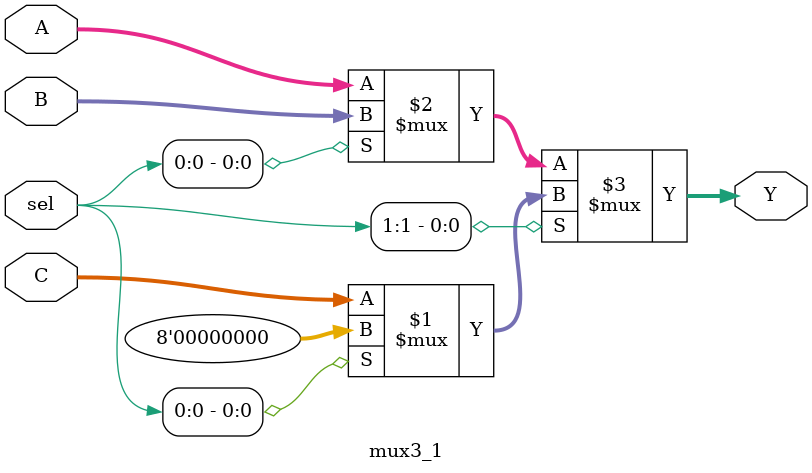
<source format=v>
module mux3_1(
    input [7:0] A, B, C,
    input [1:0] sel,
    output [7:0] Y
);

    assign Y = sel[1] ? (sel[0] ? 8'b0 : C) : (sel[0] ? B : A);

endmodule
</source>
